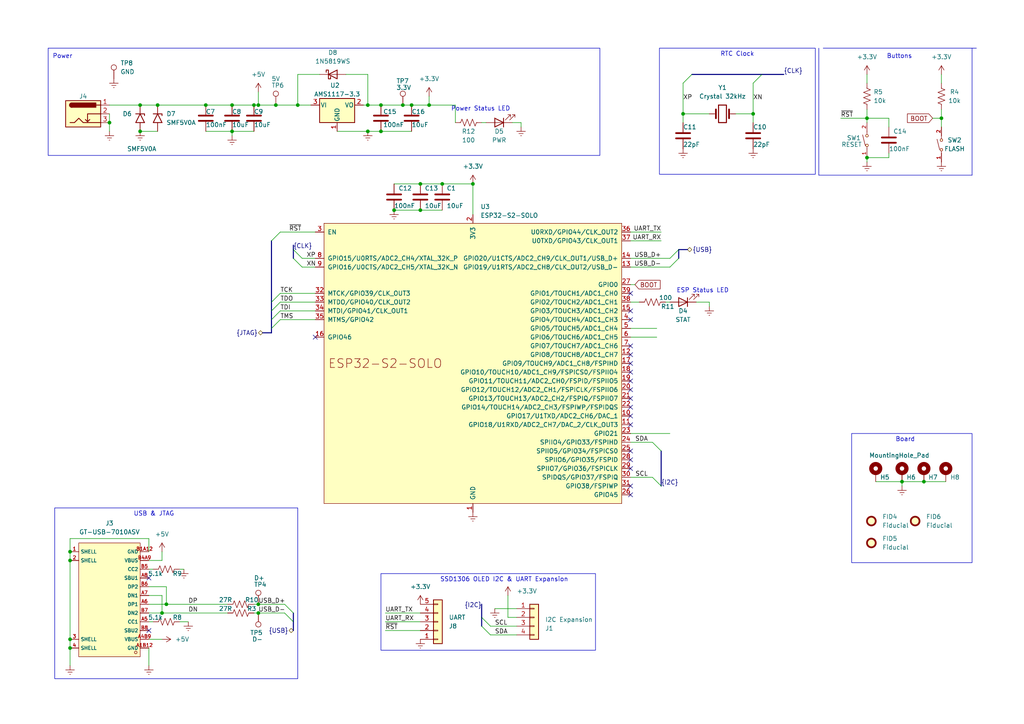
<source format=kicad_sch>
(kicad_sch (version 20230121) (generator eeschema)
  (paper "A4")
  (title_block (title "TEMPLATE") (rev "v1.0"))
  (lib_symbols
    (symbol "C5117870_lib:GT-TC060A-H025-L1" (pin_names hide)
      (property "Reference" "U" (at 0 1.27 0))
      (property "Value" "GT-TC060A-H025-L1" (at 0 -2.54 0))
      (symbol "GT-TC060A-H025-L1_0_1"
        (circle (center -1.524 0) (radius 0.381) (fill (type background)))
        (polyline (pts (xy -2.032 0) (xy -2.54 0)))
        (polyline (pts (xy -1.524 0.508) (xy 1.524 1.27)))
        (polyline (pts (xy 1.778 0) (xy 2.54 0)))
        (circle (center 1.27 0) (radius 0.381) (fill (type background)))
        (pin unspecified line (at -5.08 0 0) (length 2.54) (name "1") (number "1"))
        (pin unspecified line (at 5.08 0 180) (length 2.54) (name "2") (number "2"))
      )
    )
    (symbol "Connector:Barrel_Jack_Switch_Pin3Ring" (pin_names hide)
      (property "Reference" "J" (at 0 5.334 0))
      (property "Value" "Barrel_Jack_Switch_Pin3Ring" (at 0 -5.08 0))
      (symbol "Barrel_Jack_Switch_Pin3Ring_0_1"
        (rectangle (start -5.08 3.81) (end 5.08 -3.81) (stroke (width 0.254)) (fill (type background)))
        (arc (start -3.302 3.175) (mid -3.9343 2.54) (end -3.302 1.905) (stroke (width 0.254)))
        (arc (start -3.302 3.175) (mid -3.9343 2.54) (end -3.302 1.905) (stroke (width 0.254)) (fill (type outline)))
        (polyline (pts (xy 1.27 -2.286) (xy 1.905 -1.651)) (stroke (width 0.254)))
        (polyline (pts (xy 5.08 2.54) (xy 3.81 2.54)) (stroke (width 0.254)))
        (polyline (pts (xy 5.08 0) (xy 1.27 0) (xy 1.27 -2.286) (xy 0.635 -1.651)) (stroke (width 0.254)))
        (polyline (pts (xy -3.81 -2.54) (xy -2.54 -2.54) (xy -1.27 -1.27) (xy 0 -2.54) (xy 2.54 -2.54) (xy 5.08 -2.54)) (stroke (width 0.254)))
        (rectangle (start 3.683 3.175) (end -3.302 1.905) (stroke (width 0.254)) (fill (type outline)))
      )
      (symbol "Barrel_Jack_Switch_Pin3Ring_1_1"
        (pin passive line (at 7.62 2.54 180) (length 2.54) (name "~") (number "1"))
        (pin passive line (at 7.62 0 180) (length 2.54) (name "~") (number "2"))
        (pin passive line (at 7.62 -2.54 180) (length 2.54) (name "~") (number "3"))
      )
    )
    (symbol "Connector:TestPoint" (pin_numbers hide) (pin_names (offset 0.762) hide)
      (property "Reference" "TP" (at 0 6.858 0))
      (property "Value" "TestPoint" (at 0 5.08 0))
      (symbol "TestPoint_0_1"
        (circle (center 0 3.302) (radius 0.762))
      )
      (symbol "TestPoint_1_1"
        (pin passive line (at 0 0 90) (length 2.54) (name "1") (number "1"))
      )
    )
    (symbol "Connector_Generic:Conn_01x04" (pin_names (offset 1.016) hide)
      (property "Reference" "J" (at 0 5.08 0))
      (property "Value" "Conn_01x04" (at 0 -7.62 0))
      (symbol "Conn_01x04_1_1"
        (rectangle (start -1.27 -4.953) (end 0 -5.207) (stroke (width 0.1524)))
        (rectangle (start -1.27 -2.413) (end 0 -2.667) (stroke (width 0.1524)))
        (rectangle (start -1.27 0.127) (end 0 -0.127) (stroke (width 0.1524)))
        (rectangle (start -1.27 2.667) (end 0 2.413) (stroke (width 0.1524)))
        (rectangle (start -1.27 3.81) (end 1.27 -6.35) (stroke (width 0.254)) (fill (type background)))
        (pin passive line (at -5.08 2.54 0) (length 3.81) (name "Pin_1") (number "1"))
        (pin passive line (at -5.08 0 0) (length 3.81) (name "Pin_2") (number "2"))
        (pin passive line (at -5.08 -2.54 0) (length 3.81) (name "Pin_3") (number "3"))
        (pin passive line (at -5.08 -5.08 0) (length 3.81) (name "Pin_4") (number "4"))
      )
    )
    (symbol "Connector_Generic:Conn_01x05" (pin_names (offset 1.016) hide)
      (property "Reference" "J" (at 0 7.62 0))
      (property "Value" "Conn_01x05" (at 0 -7.62 0))
      (symbol "Conn_01x05_1_1"
        (rectangle (start -1.27 -4.953) (end 0 -5.207) (stroke (width 0.1524)))
        (rectangle (start -1.27 -2.413) (end 0 -2.667) (stroke (width 0.1524)))
        (rectangle (start -1.27 0.127) (end 0 -0.127) (stroke (width 0.1524)))
        (rectangle (start -1.27 2.667) (end 0 2.413) (stroke (width 0.1524)))
        (rectangle (start -1.27 5.207) (end 0 4.953) (stroke (width 0.1524)))
        (rectangle (start -1.27 6.35) (end 1.27 -6.35) (stroke (width 0.254)) (fill (type background)))
        (pin passive line (at -5.08 5.08 0) (length 3.81) (name "Pin_1") (number "1"))
        (pin passive line (at -5.08 2.54 0) (length 3.81) (name "Pin_2") (number "2"))
        (pin passive line (at -5.08 0 0) (length 3.81) (name "Pin_3") (number "3"))
        (pin passive line (at -5.08 -2.54 0) (length 3.81) (name "Pin_4") (number "4"))
        (pin passive line (at -5.08 -5.08 0) (length 3.81) (name "Pin_5") (number "5"))
      )
    )
    (symbol "Device:C" (pin_numbers hide) (pin_names (offset 0.254))
      (property "Reference" "C" (at 0.635 2.54 0))
      (property "Value" "C" (at 0.635 -2.54 0))
      (symbol "C_0_1"
        (polyline (pts (xy -2.032 -0.762) (xy 2.032 -0.762)) (stroke (width 0.508)))
        (polyline (pts (xy -2.032 0.762) (xy 2.032 0.762)) (stroke (width 0.508)))
      )
      (symbol "C_1_1"
        (pin passive line (at 0 3.81 270) (length 2.794) (name "~") (number "1"))
        (pin passive line (at 0 -3.81 90) (length 2.794) (name "~") (number "2"))
      )
    )
    (symbol "Device:Crystal" (pin_numbers hide) (pin_names (offset 1.016) hide)
      (property "Reference" "Y" (at 0 3.81 0))
      (property "Value" "Crystal" (at 0 -3.81 0))
      (symbol "Crystal_0_1"
        (rectangle (start -1.143 2.54) (end 1.143 -2.54) (stroke (width 0.3048)))
        (polyline (pts (xy -2.54 0) (xy -1.905 0)))
        (polyline (pts (xy -1.905 -1.27) (xy -1.905 1.27)) (stroke (width 0.508)))
        (polyline (pts (xy 1.905 -1.27) (xy 1.905 1.27)) (stroke (width 0.508)))
        (polyline (pts (xy 2.54 0) (xy 1.905 0)))
      )
      (symbol "Crystal_1_1"
        (pin passive line (at -3.81 0 0) (length 1.27) (name "1") (number "1"))
        (pin passive line (at 3.81 0 180) (length 1.27) (name "2") (number "2"))
      )
    )
    (symbol "Device:D_Schottky" (pin_numbers hide) (pin_names (offset 1.016) hide)
      (property "Reference" "D" (at 0 2.54 0))
      (property "Value" "D_Schottky" (at 0 -2.54 0))
      (symbol "D_Schottky_0_1"
        (polyline (pts (xy 1.27 0) (xy -1.27 0)))
        (polyline (pts (xy 1.27 1.27) (xy 1.27 -1.27) (xy -1.27 0) (xy 1.27 1.27)) (stroke (width 0.254)))
        (polyline (pts (xy -1.905 0.635) (xy -1.905 1.27) (xy -1.27 1.27) (xy -1.27 -1.27) (xy -0.635 -1.27) (xy -0.635 -0.635)) (stroke (width 0.254)))
      )
      (symbol "D_Schottky_1_1"
        (pin passive line (at -3.81 0 0) (length 2.54) (name "K") (number "1"))
        (pin passive line (at 3.81 0 180) (length 2.54) (name "A") (number "2"))
      )
    )
    (symbol "Device:LED" (pin_numbers hide) (pin_names (offset 1.016) hide)
      (property "Reference" "D" (at 0 2.54 0))
      (property "Value" "LED" (at 0 -2.54 0))
      (symbol "LED_0_1"
        (polyline (pts (xy -1.27 -1.27) (xy -1.27 1.27)) (stroke (width 0.254)))
        (polyline (pts (xy -1.27 0) (xy 1.27 0)))
        (polyline (pts (xy 1.27 -1.27) (xy 1.27 1.27) (xy -1.27 0) (xy 1.27 -1.27)) (stroke (width 0.254)))
        (polyline (pts (xy -3.048 -0.762) (xy -4.572 -2.286) (xy -3.81 -2.286) (xy -4.572 -2.286) (xy -4.572 -1.524)))
        (polyline (pts (xy -1.778 -0.762) (xy -3.302 -2.286) (xy -2.54 -2.286) (xy -3.302 -2.286) (xy -3.302 -1.524)))
      )
      (symbol "LED_1_1"
        (pin passive line (at -3.81 0 0) (length 2.54) (name "K") (number "1"))
        (pin passive line (at 3.81 0 180) (length 2.54) (name "A") (number "2"))
      )
    )
    (symbol "Device:R_US" (pin_numbers hide) (pin_names (offset 0))
      (property "Reference" "R" (at 2.54 0 90))
      (property "Value" "R_US" (at -2.54 0 90))
      (symbol "R_US_0_1"
        (polyline (pts (xy 0 -2.286) (xy 0 -2.54)))
        (polyline (pts (xy 0 2.286) (xy 0 2.54)))
        (polyline (pts (xy 0 -0.762) (xy 1.016 -1.143) (xy 0 -1.524) (xy -1.016 -1.905) (xy 0 -2.286)))
        (polyline (pts (xy 0 0.762) (xy 1.016 0.381) (xy 0 0) (xy -1.016 -0.381) (xy 0 -0.762)))
        (polyline (pts (xy 0 2.286) (xy 1.016 1.905) (xy 0 1.524) (xy -1.016 1.143) (xy 0 0.762)))
      )
      (symbol "R_US_1_1"
        (pin passive line (at 0 3.81 270) (length 1.27) (name "~") (number "1"))
        (pin passive line (at 0 -3.81 90) (length 1.27) (name "~") (number "2"))
      )
    )
    (symbol "Diode:SMF5V0A" (pin_numbers hide) (pin_names (offset 1.016) hide)
      (property "Reference" "D" (at 0 2.54 0))
      (property "Value" "SMF5V0A" (at 0 -2.54 0))
      (symbol "SMF5V0A_0_1"
        (polyline (pts (xy -0.762 1.27) (xy -1.27 1.27) (xy -1.27 -1.27)) (stroke (width 0.254)))
        (polyline (pts (xy 1.27 1.27) (xy 1.27 -1.27) (xy -1.27 0) (xy 1.27 1.27)) (stroke (width 0.254)))
      )
      (symbol "SMF5V0A_1_1"
        (pin passive line (at -3.81 0 0) (length 2.54) (name "A1") (number "1"))
        (pin passive line (at 3.81 0 180) (length 2.54) (name "A2") (number "2"))
      )
    )
    (symbol "Earth_1" (power) (pin_names (offset 0) hide)
      (symbol "Earth_1_0_1"
        (polyline (pts (xy -0.635 -1.905) (xy 0.635 -1.905)))
        (polyline (pts (xy -0.127 -2.54) (xy 0.127 -2.54)))
        (polyline (pts (xy 0 -1.27) (xy 0 0)))
        (polyline (pts (xy 1.27 -1.27) (xy -1.27 -1.27)))
      )
      (symbol "Earth_1_1_1"
        (pin power_in line (at 0 0 270) (length 0) hide (name "Earth") (number "1"))
      )
    )
    (symbol "Earth_2" (power) (pin_numbers hide) (pin_names (offset 0) hide)
      (symbol "Earth_2_0_1"
        (polyline (pts (xy -0.635 -1.905) (xy 0.635 -1.905)))
        (polyline (pts (xy -0.127 -2.54) (xy 0.127 -2.54)))
        (polyline (pts (xy 0 -1.27) (xy 0 0)))
        (polyline (pts (xy 1.27 -1.27) (xy -1.27 -1.27)))
      )
      (symbol "Earth_2_1_1"
        (pin power_in line (at 0 0 270) (length 0) hide (name "Earth") (number "1"))
      )
    )
    (symbol "Mechanical:Fiducial"
      (property "Reference" "FID" (at 0 5.08 0))
      (property "Value" "Fiducial" (at 0 3.175 0))
      (symbol "Fiducial_0_1"
        (circle (center 0 0) (radius 1.27) (stroke (width 0.508)) (fill (type background)))
      )
    )
    (symbol "Mechanical:MountingHole_Pad" (pin_numbers hide) (pin_names (offset 1.016) hide)
      (property "Reference" "H" (at 0 6.35 0))
      (property "Value" "MountingHole_Pad" (at 0 4.445 0))
      (symbol "MountingHole_Pad_0_1"
        (circle (center 0 1.27) (radius 1.27) (stroke (width 1.27)))
      )
      (symbol "MountingHole_Pad_1_1"
        (pin input line (at 0 -2.54 90) (length 2.54) (name "1") (number "1"))
      )
    )
    (symbol "PCM_Espressif:ESP32-S2-SOLO" (pin_names (offset 1.016))
      (property "Reference" "U" (at -43.18 45.72 0))
      (property "Value" "ESP32-S2-SOLO" (at -43.18 43.18 0))
      (symbol "ESP32-S2-SOLO_0_1"
        (rectangle (start -43.18 40.64) (end 43.18 -40.64) (fill (type background)))
      )
      (symbol "ESP32-S2-SOLO_1_1"
        (text "ESP32-S2-SOLO" (at -25.4 0 0) (effects (font (size 2.54 2.54))))
        (pin power_in line (at 0 -43.18 90) (length 2.54) (name "GND") (number "1"))
        (pin bidirectional line (at 45.72 -15.24 180) (length 2.54) (name "GPIO17/U1TXD/ADC2_CH6/DAC_1") (number "10"))
        (pin bidirectional line (at 45.72 -17.78 180) (length 2.54) (name "GPIO18/U1RXD/ADC2_CH7/DAC_2/CLK_OUT3") (number "11"))
        (pin bidirectional line (at 45.72 2.54 180) (length 2.54) (name "GPIO8/TOUCH8/ADC1_CH7") (number "12"))
        (pin bidirectional line (at 45.72 27.94 180) (length 2.54) (name "GPIO19/U1RTS/ADC2_CH8/CLK_OUT2/USB_D-") (number "13"))
        (pin bidirectional line (at 45.72 30.48 180) (length 2.54) (name "GPIO20/U1CTS/ADC2_CH9/CLK_OUT1/USB_D+") (number "14"))
        (pin bidirectional line (at 45.72 15.24 180) (length 2.54) (name "GPIO3/TOUCH3/ADC1_CH2") (number "15"))
        (pin input line (at -45.72 7.62 0) (length 2.54) (name "GPIO46") (number "16"))
        (pin bidirectional line (at 45.72 0 180) (length 2.54) (name "GPIO9/TOUCH9/ADC1_CH8/FSPIHD") (number "17"))
        (pin bidirectional line (at 45.72 -2.54 180) (length 2.54) (name "GPIO10/TOUCH10/ADC1_CH9/FSPICS0/FSPIIO4") (number "18"))
        (pin bidirectional line (at 45.72 -5.08 180) (length 2.54) (name "GPIO11/TOUCH11/ADC2_CH0/FSPID/FSPIIO5") (number "19"))
        (pin power_in line (at 0 43.18 270) (length 2.54) (name "3V3") (number "2"))
        (pin bidirectional line (at 45.72 -7.62 180) (length 2.54) (name "GPIO12/TOUCH12/ADC2_CH1/FSPICLK/FSPIIO6") (number "20"))
        (pin bidirectional line (at 45.72 -10.16 180) (length 2.54) (name "GPIO13/TOUCH13/ADC2_CH2/FSPIQ/FSPIIO7") (number "21"))
        (pin bidirectional line (at 45.72 -12.7 180) (length 2.54) (name "GPIO14/TOUCH14/ADC2_CH3/FSPIWP/FSPIDQS") (number "22"))
        (pin bidirectional line (at 45.72 -20.32 180) (length 2.54) (name "GPIO21") (number "23"))
        (pin bidirectional line (at 45.72 -22.86 180) (length 2.54) (name "SPIIO4/GPIO33/FSPIHD") (number "24"))
        (pin bidirectional line (at 45.72 -25.4 180) (length 2.54) (name "SPIIO5/GPIO34/FSPICS0") (number "25"))
        (pin bidirectional line (at 45.72 -38.1 180) (length 2.54) (name "GPIO45") (number "26"))
        (pin bidirectional line (at 45.72 22.86 180) (length 2.54) (name "GPIO0") (number "27"))
        (pin bidirectional line (at 45.72 -27.94 180) (length 2.54) (name "SPIIO6/GPIO35/FSPID") (number "28"))
        (pin bidirectional line (at 45.72 -30.48 180) (length 2.54) (name "SPIIO7/GPIO36/FSPICLK") (number "29"))
        (pin bidirectional line (at -45.72 38.1 0) (length 2.54) (name "EN") (number "3"))
        (pin bidirectional line (at 45.72 -33.02 180) (length 2.54) (name "SPIDQS/GPIO37/FSPIQ") (number "30"))
        (pin bidirectional line (at 45.72 -35.56 180) (length 2.54) (name "GPIO38/FSPIWP") (number "31"))
        (pin bidirectional line (at -45.72 20.32 0) (length 2.54) (name "MTCK/GPIO39/CLK_OUT3") (number "32"))
        (pin bidirectional line (at -45.72 17.78 0) (length 2.54) (name "MTDO/GPIO40/CLK_OUT2") (number "33"))
        (pin bidirectional line (at -45.72 15.24 0) (length 2.54) (name "MTDI/GPIO41/CLK_OUT1") (number "34"))
        (pin bidirectional line (at -45.72 12.7 0) (length 2.54) (name "MTMS/GPIO42") (number "35"))
        (pin bidirectional line (at 45.72 38.1 180) (length 2.54) (name "U0RXD/GPIO44/CLK_OUT2") (number "36"))
        (pin bidirectional line (at 45.72 35.56 180) (length 2.54) (name "U0TXD/GPIO43/CLK_OUT1") (number "37"))
        (pin bidirectional line (at 45.72 17.78 180) (length 2.54) (name "GPIO2/TOUCH2/ADC1_CH1") (number "38"))
        (pin bidirectional line (at 45.72 20.32 180) (length 2.54) (name "GPIO1/TOUCH1/ADC1_CH0") (number "39"))
        (pin bidirectional line (at 45.72 12.7 180) (length 2.54) (name "GPIO4/TOUCH4/ADC1_CH3") (number "4"))
        (pin passive line (at 0 -43.18 90) (length 2.54) hide (name "GND") (number "40"))
        (pin passive line (at 0 -43.18 90) (length 2.54) hide (name "GND") (number "41"))
        (pin bidirectional line (at 45.72 10.16 180) (length 2.54) (name "GPIO5/TOUCH5/ADC1_CH4") (number "5"))
        (pin bidirectional line (at 45.72 7.62 180) (length 2.54) (name "GPIO6/TOUCH6/ADC1_CH5") (number "6"))
        (pin bidirectional line (at 45.72 5.08 180) (length 2.54) (name "GPIO7/TOUCH7/ADC1_CH6") (number "7"))
        (pin bidirectional line (at -45.72 30.48 0) (length 2.54) (name "GPIO15/U0RTS/ADC2_CH4/XTAL_32K_P") (number "8"))
        (pin bidirectional line (at -45.72 27.94 0) (length 2.54) (name "GPIO16/U0CTS/ADC2_CH5/XTAL_32K_N") (number "9"))
      )
    )
    (symbol "Regulator_Linear:AMS1117-3.3" (pin_names (offset 0.254))
      (property "Reference" "U" (at -3.81 3.175 0))
      (property "Value" "AMS1117-3.3" (at 0 3.175 0))
      (symbol "AMS1117-3.3_0_1"
        (rectangle (start -5.08 -5.08) (end 5.08 1.905) (stroke (width 0.254)) (fill (type background)))
      )
      (symbol "AMS1117-3.3_1_1"
        (pin power_in line (at 0 -7.62 90) (length 2.54) (name "GND") (number "1"))
        (pin power_out line (at 7.62 0 180) (length 2.54) (name "VO") (number "2"))
        (pin power_in line (at -7.62 0 0) (length 2.54) (name "VI") (number "3"))
      )
    )
    (symbol "gt-usb_lib:GT-USB-7010ASV"
      (property "Reference" "U" (at 0 1.27 0))
      (property "Value" "GT-USB-7010ASV" (at 0 -2.54 0))
      (symbol "GT-USB-7010ASV_0_1"
        (rectangle (start -10.16 17.78) (end 7.62 -15.24) (fill (type background)))
        (circle (center -8.89 16.51) (radius 0.381) (fill (type background)))
        (pin passive line (at 10.16 -12.7 180) (length 2.54) (name "SHELL") (number "1"))
        (pin passive line (at 10.16 -10.16 180) (length 2.54) (name "SHELL") (number "2"))
        (pin passive line (at 10.16 12.7 180) (length 2.54) (name "SHELL") (number "3"))
        (pin passive line (at 10.16 15.24 180) (length 2.54) (name "SHELL") (number "4"))
        (pin passive line (at -12.7 15.24 0) (length 2.54) (name "GND") (number "A1B12"))
        (pin passive line (at -12.7 12.7 0) (length 2.54) (name "VBUS") (number "A4B9"))
        (pin passive line (at -12.7 7.62 0) (length 2.54) (name "CC1") (number "A5"))
        (pin bidirectional line (at -12.7 2.54 0) (length 2.54) (name "DP1") (number "A6"))
        (pin bidirectional line (at -12.7 0 0) (length 2.54) (name "DN1") (number "A7"))
        (pin passive line (at -12.7 -5.08 0) (length 2.54) (name "SBU1") (number "A8"))
        (pin passive line (at -12.7 -12.7 0) (length 2.54) (name "GND") (number "B1A12"))
        (pin power_out line (at -12.7 -10.16 0) (length 2.54) (name "VBUS") (number "B4A9"))
        (pin passive line (at -12.7 -7.62 0) (length 2.54) (name "CC2") (number "B5"))
        (pin bidirectional line (at -12.7 -2.54 0) (length 2.54) (name "DP2") (number "B6"))
        (pin bidirectional line (at -12.7 5.08 0) (length 2.54) (name "DN2") (number "B7"))
        (pin passive line (at -12.7 10.16 0) (length 2.54) (name "SBU2") (number "B8"))
      )
    )
    (symbol "power:+3.3V" (power) (pin_names (offset 0))
      (property "Value" "+3.3V" (at 0 3.556 0))
      (symbol "+3.3V_0_1"
        (polyline (pts (xy -0.762 1.27) (xy 0 2.54)))
        (polyline (pts (xy 0 0) (xy 0 2.54)))
        (polyline (pts (xy 0 2.54) (xy 0.762 1.27)))
      )
      (symbol "+3.3V_1_1"
        (pin power_in line (at 0 0 90) (length 0) hide (name "+3.3V") (number "1"))
      )
    )
    (symbol "power:+5V" (power) (pin_names (offset 0))
      (property "Value" "+5V" (at 0 3.556 0))
      (symbol "+5V_0_1"
        (polyline (pts (xy -0.762 1.27) (xy 0 2.54)))
        (polyline (pts (xy 0 0) (xy 0 2.54)))
        (polyline (pts (xy 0 2.54) (xy 0.762 1.27)))
      )
      (symbol "+5V_1_1"
        (pin power_in line (at 0 0 90) (length 0) hide (name "+5V") (number "1"))
      )
    )
    (symbol "power:Earth" (power) (pin_names (offset 0))
      (symbol "Earth_0_1"
        (polyline (pts (xy -0.635 -1.905) (xy 0.635 -1.905)))
        (polyline (pts (xy -0.127 -2.54) (xy 0.127 -2.54)))
        (polyline (pts (xy 0 -1.27) (xy 0 0)))
        (polyline (pts (xy 1.27 -1.27) (xy -1.27 -1.27)))
      )
      (symbol "Earth_1_1"
        (pin power_in line (at 0 0 270) (length 0) hide (name "Earth") (number "1"))
      )
    )
  )
  (bus_alias "I2C" (members "SDA" "SCL"))
  (bus_alias "USB" (members "USB_D+" "USB_D-"))
  (junction (at 267.97 139.7))
  (junction (at 106.68 30.48))
  (junction (at 198.12 33.02))
  (junction (at 48.26 175.26))
  (junction (at 128.27 53.34))
  (junction (at 106.68 38.1))
  (junction (at 74.93 30.48))
  (junction (at 116.84 30.48))
  (junction (at 251.46 45.72))
  (junction (at 114.3 60.96))
  (junction (at 67.31 30.48))
  (junction (at 110.49 38.1))
  (junction (at 20.32 185.42))
  (junction (at 137.16 53.34))
  (junction (at 218.44 33.02))
  (junction (at 45.72 30.48))
  (junction (at 110.49 30.48))
  (junction (at 86.36 30.48))
  (junction (at 119.38 30.48))
  (junction (at 73.66 30.48))
  (junction (at 121.92 53.34))
  (junction (at 251.46 34.29))
  (junction (at 121.92 60.96))
  (junction (at 74.93 177.8))
  (junction (at 74.93 175.26))
  (junction (at 31.75 35.56))
  (junction (at 20.32 162.56))
  (junction (at 80.01 30.48))
  (junction (at 40.64 30.48))
  (junction (at 261.62 139.7))
  (junction (at 20.32 187.96))
  (junction (at 40.64 38.1))
  (junction (at 46.99 177.8))
  (junction (at 59.69 30.48))
  (junction (at 67.31 38.1))
  (junction (at 124.46 30.48))
  (junction (at 20.32 160.02))
  (junction (at 273.05 34.29))
  (no_connect (at 182.88 85.09))
  (no_connect (at 182.88 140.97))
  (no_connect (at 182.88 105.41))
  (no_connect (at 182.88 118.11))
  (no_connect (at 182.88 113.03))
  (no_connect (at 182.88 120.65))
  (no_connect (at 91.44 97.79))
  (no_connect (at 182.88 107.95))
  (no_connect (at 43.18 167.64))
  (no_connect (at 182.88 123.19))
  (no_connect (at 43.18 182.88))
  (no_connect (at 182.88 115.57))
  (no_connect (at 182.88 100.33))
  (no_connect (at 182.88 92.71))
  (no_connect (at 182.88 130.81))
  (no_connect (at 182.88 133.35))
  (no_connect (at 182.88 110.49))
  (no_connect (at 182.88 143.51))
  (no_connect (at 182.88 135.89))
  (no_connect (at 182.88 102.87))
  (no_connect (at 182.88 90.17))
  (bus_entry (at 139.7 181.61) (size 2.54 2.54))
  (bus_entry (at 78.74 69.85) (size 2.54 -2.54))
  (bus_entry (at 78.74 90.17) (size 2.54 -2.54))
  (bus_entry (at 189.23 138.43) (size 2.54 2.54))
  (bus_entry (at 196.85 72.39) (size -2.54 2.54))
  (bus_entry (at 78.74 87.63) (size 2.54 -2.54))
  (bus_entry (at 218.44 24.13) (size 2.54 -2.54))
  (bus_entry (at 82.55 177.8) (size 2.54 2.54))
  (bus_entry (at 196.85 74.93) (size -2.54 2.54))
  (bus_entry (at 82.55 175.26) (size 2.54 2.54))
  (bus_entry (at 189.23 128.27) (size 2.54 2.54))
  (bus_entry (at 139.7 179.07) (size 2.54 2.54))
  (bus_entry (at 87.63 77.47) (size -2.54 -2.54))
  (bus_entry (at 78.74 92.71) (size 2.54 -2.54))
  (bus_entry (at 78.74 95.25) (size 2.54 -2.54))
  (bus_entry (at 198.12 24.13) (size 2.54 -2.54))
  (bus_entry (at 87.63 74.93) (size -2.54 -2.54))
  (wire (pts (xy 182.88 82.55) (xy 184.15 82.55)))
  (bus (pts (xy 76.2 96.52) (xy 78.74 96.52)))
  (wire (pts (xy 48.26 170.18) (xy 43.18 170.18)))
  (bus (pts (xy 200.66 21.59) (xy 220.98 21.59)))
  (wire (pts (xy 106.68 30.48) (xy 110.49 30.48)))
  (wire (pts (xy 182.88 125.73) (xy 194.31 125.73)))
  (bus (pts (xy 196.85 72.39) (xy 196.85 74.93)))
  (wire (pts (xy 121.92 60.96) (xy 128.27 60.96)))
  (bus (pts (xy 78.74 69.85) (xy 78.74 87.63)))
  (wire (pts (xy 43.18 156.21) (xy 43.18 160.02)))
  (wire (pts (xy 261.62 139.7) (xy 267.97 139.7)))
  (wire (pts (xy 73.66 30.48) (xy 74.93 30.48)))
  (wire (pts (xy 270.51 34.29) (xy 273.05 34.29)))
  (wire (pts (xy 52.07 165.1) (xy 53.34 165.1)))
  (wire (pts (xy 86.36 30.48) (xy 90.17 30.48)))
  (wire (pts (xy 20.32 160.02) (xy 20.32 162.56)))
  (wire (pts (xy 92.71 21.59) (xy 86.36 21.59)))
  (wire (pts (xy 182.88 74.93) (xy 194.31 74.93)))
  (wire (pts (xy 205.74 88.9) (xy 205.74 87.63)))
  (wire (pts (xy 121.92 53.34) (xy 128.27 53.34)))
  (wire (pts (xy 257.81 36.83) (xy 257.81 34.29)))
  (wire (pts (xy 20.32 156.21) (xy 20.32 160.02)))
  (wire (pts (xy 267.97 139.7) (xy 274.32 139.7)))
  (wire (pts (xy 43.18 162.56) (xy 46.99 162.56)))
  (wire (pts (xy 67.31 30.48) (xy 73.66 30.48)))
  (wire (pts (xy 147.32 179.07) (xy 149.86 179.07)))
  (wire (pts (xy 48.26 170.18) (xy 48.26 175.26)))
  (wire (pts (xy 182.88 67.31) (xy 191.77 67.31)))
  (wire (pts (xy 182.88 95.25) (xy 190.5 95.25)))
  (wire (pts (xy 46.99 160.02) (xy 46.99 162.56)))
  (wire (pts (xy 182.88 138.43) (xy 189.23 138.43)))
  (bus (pts (xy 139.7 181.61) (xy 139.7 179.07)))
  (wire (pts (xy 43.18 172.72) (xy 46.99 172.72)))
  (bus (pts (xy 78.74 92.71) (xy 78.74 95.25)))
  (wire (pts (xy 40.64 30.48) (xy 45.72 30.48)))
  (wire (pts (xy 147.32 172.72) (xy 147.32 179.07)))
  (wire (pts (xy 257.81 34.29) (xy 251.46 34.29)))
  (wire (pts (xy 31.75 33.02) (xy 31.75 35.56)))
  (bus (pts (xy 78.74 87.63) (xy 78.74 90.17)))
  (wire (pts (xy 114.3 53.34) (xy 121.92 53.34)))
  (wire (pts (xy 91.44 87.63) (xy 81.28 87.63)))
  (wire (pts (xy 48.26 175.26) (xy 66.04 175.26)))
  (wire (pts (xy 128.27 53.34) (xy 137.16 53.34)))
  (wire (pts (xy 254 139.7) (xy 261.62 139.7)))
  (wire (pts (xy 182.88 69.85) (xy 191.77 69.85)))
  (wire (pts (xy 67.31 39.37) (xy 67.31 38.1)))
  (wire (pts (xy 142.24 181.61) (xy 149.86 181.61)))
  (wire (pts (xy 114.3 60.96) (xy 121.92 60.96)))
  (wire (pts (xy 251.46 45.72) (xy 257.81 45.72)))
  (wire (pts (xy 273.05 24.13) (xy 273.05 21.59)))
  (wire (pts (xy 91.44 90.17) (xy 81.28 90.17)))
  (wire (pts (xy 151.13 35.56) (xy 151.13 36.83)))
  (wire (pts (xy 80.01 30.48) (xy 86.36 30.48)))
  (wire (pts (xy 67.31 38.1) (xy 73.66 38.1)))
  (wire (pts (xy 182.88 87.63) (xy 185.42 87.63)))
  (polyline (pts (xy 238.76 13.97) (xy 283.21 13.97)))
  (wire (pts (xy 106.68 21.59) (xy 106.68 30.48)))
  (wire (pts (xy 73.66 175.26) (xy 74.93 175.26)))
  (wire (pts (xy 251.46 31.75) (xy 251.46 34.29)))
  (wire (pts (xy 243.84 34.29) (xy 251.46 34.29)))
  (wire (pts (xy 137.16 53.34) (xy 137.16 62.23)))
  (wire (pts (xy 45.72 30.48) (xy 59.69 30.48)))
  (wire (pts (xy 182.88 77.47) (xy 194.31 77.47)))
  (wire (pts (xy 91.44 85.09) (xy 81.28 85.09)))
  (wire (pts (xy 43.18 177.8) (xy 46.99 177.8)))
  (wire (pts (xy 251.46 21.59) (xy 251.46 24.13)))
  (wire (pts (xy 139.7 35.56) (xy 140.97 35.56)))
  (bus (pts (xy 85.09 180.34) (xy 85.09 182.88)))
  (wire (pts (xy 182.88 128.27) (xy 189.23 128.27)))
  (wire (pts (xy 74.93 26.67) (xy 74.93 30.48)))
  (wire (pts (xy 31.75 35.56) (xy 31.75 38.1)))
  (wire (pts (xy 20.32 185.42) (xy 20.32 187.96)))
  (wire (pts (xy 20.32 162.56) (xy 20.32 185.42)))
  (wire (pts (xy 87.63 74.93) (xy 91.44 74.93)))
  (wire (pts (xy 273.05 31.75) (xy 273.05 34.29)))
  (wire (pts (xy 251.46 45.72) (xy 251.46 46.99)))
  (wire (pts (xy 218.44 33.02) (xy 218.44 35.56)))
  (wire (pts (xy 20.32 187.96) (xy 20.32 193.04)))
  (wire (pts (xy 124.46 27.94) (xy 124.46 30.48)))
  (wire (pts (xy 251.46 34.29) (xy 251.46 35.56)))
  (wire (pts (xy 106.68 38.1) (xy 110.49 38.1)))
  (bus (pts (xy 78.74 90.17) (xy 78.74 92.71)))
  (wire (pts (xy 142.24 184.15) (xy 149.86 184.15)))
  (wire (pts (xy 218.44 24.13) (xy 218.44 33.02)))
  (wire (pts (xy 74.93 177.8) (xy 82.55 177.8)))
  (wire (pts (xy 116.84 30.48) (xy 119.38 30.48)))
  (wire (pts (xy 81.28 67.31) (xy 91.44 67.31)))
  (wire (pts (xy 193.04 87.63) (xy 194.31 87.63)))
  (wire (pts (xy 31.75 30.48) (xy 40.64 30.48)))
  (polyline (pts (xy 281.94 50.8) (xy 281.94 13.97)))
  (wire (pts (xy 198.12 33.02) (xy 198.12 35.56)))
  (wire (pts (xy 74.93 175.26) (xy 82.55 175.26)))
  (bus (pts (xy 85.09 71.12) (xy 85.09 72.39)))
  (wire (pts (xy 43.18 180.34) (xy 44.45 180.34)))
  (bus (pts (xy 85.09 180.34) (xy 85.09 177.8)))
  (wire (pts (xy 43.18 187.96) (xy 43.18 193.04)))
  (bus (pts (xy 139.7 179.07) (xy 139.7 175.26)))
  (wire (pts (xy 110.49 38.1) (xy 119.38 38.1)))
  (wire (pts (xy 59.69 30.48) (xy 67.31 30.48)))
  (wire (pts (xy 111.76 177.8) (xy 121.92 177.8)))
  (bus (pts (xy 78.74 95.25) (xy 78.74 96.52)))
  (wire (pts (xy 198.12 24.13) (xy 198.12 33.02)))
  (wire (pts (xy 86.36 21.59) (xy 86.36 30.48)))
  (wire (pts (xy 87.63 77.47) (xy 91.44 77.47)))
  (wire (pts (xy 43.18 156.21) (xy 20.32 156.21)))
  (wire (pts (xy 198.12 33.02) (xy 205.74 33.02)))
  (wire (pts (xy 74.93 30.48) (xy 80.01 30.48)))
  (wire (pts (xy 151.13 35.56) (xy 148.59 35.56)))
  (wire (pts (xy 205.74 87.63) (xy 201.93 87.63)))
  (bus (pts (xy 220.98 21.59) (xy 227.33 21.59)))
  (wire (pts (xy 97.79 38.1) (xy 106.68 38.1)))
  (wire (pts (xy 261.62 139.7) (xy 261.62 140.97)))
  (wire (pts (xy 119.38 30.48) (xy 124.46 30.48)))
  (wire (pts (xy 43.18 175.26) (xy 48.26 175.26)))
  (wire (pts (xy 213.36 33.02) (xy 218.44 33.02)))
  (wire (pts (xy 100.33 21.59) (xy 106.68 21.59)))
  (wire (pts (xy 111.76 182.88) (xy 121.92 182.88)))
  (wire (pts (xy 46.99 172.72) (xy 46.99 177.8)))
  (wire (pts (xy 59.69 38.1) (xy 67.31 38.1)))
  (wire (pts (xy 182.88 97.79) (xy 190.5 97.79)))
  (wire (pts (xy 132.08 30.48) (xy 132.08 35.56)))
  (wire (pts (xy 40.64 38.1) (xy 45.72 38.1)))
  (bus (pts (xy 191.77 130.81) (xy 191.77 140.97)))
  (wire (pts (xy 73.66 177.8) (xy 74.93 177.8)))
  (wire (pts (xy 124.46 30.48) (xy 132.08 30.48)))
  (polyline (pts (xy 237.49 50.8) (xy 281.94 50.8)))
  (bus (pts (xy 199.39 72.39) (xy 196.85 72.39)))
  (bus (pts (xy 85.09 72.39) (xy 85.09 74.93)))
  (wire (pts (xy 273.05 34.29) (xy 273.05 36.83)))
  (wire (pts (xy 43.18 165.1) (xy 44.45 165.1)))
  (wire (pts (xy 52.07 180.34) (xy 54.61 180.34)))
  (wire (pts (xy 105.41 30.48) (xy 106.68 30.48)))
  (wire (pts (xy 46.99 177.8) (xy 66.04 177.8)))
  (wire (pts (xy 43.18 185.42) (xy 46.99 185.42)))
  (wire (pts (xy 111.76 180.34) (xy 121.92 180.34)))
  (wire (pts (xy 91.44 92.71) (xy 81.28 92.71)))
  (wire (pts (xy 110.49 30.48) (xy 116.84 30.48)))
  (wire (pts (xy 143.51 176.53) (xy 149.86 176.53)))
  (polyline (pts (xy 237.49 13.97) (xy 237.49 50.8)))
  (wire (pts (xy 257.81 44.45) (xy 257.81 45.72)))
  (rectangle (start 13.97 13.97) (end 173.99 45.085))
  (rectangle (start 15.875 147.32) (end 86.36 196.85))
  (rectangle (start 110.49 166.37) (end 172.72 188.595))
  (rectangle (start 191.262 13.97) (end 236.474 50.546))
  (rectangle (start 247.015 125.73) (end 281.94 163.195))
  (text "Power" (at 15.24 17.145 0) (effects (font (size 1.27 1.27)) (justify left bottom)))
  (text "Buttons\n" (at 257.175 17.145 0) (effects (font (size 1.27 1.27)) (justify left bottom)))
  (text "SSD1306 OLED I2C & UART Expansion" (at 127.635 168.91 0) (effects (font (size 1.27 1.27)) (justify left bottom)))
  (text "RTC Clock\n" (at 208.915 16.51 0) (effects (font (size 1.27 1.27)) (justify left bottom)))
  (text "Board" (at 259.715 128.27 0) (effects (font (size 1.27 1.27)) (justify left bottom)))
  (text "ESP Status LED" (at 196.215 85.09 0) (effects (font (size 1.27 1.27)) (justify left bottom)))
  (text "Power Status LED\n" (at 130.81 32.385 0) (effects (font (size 1.27 1.27)) (justify left bottom)))
  (text "USB & JTAG" (at 38.735 149.86 0) (effects (font (size 1.27 1.27)) (justify left bottom)))
  (label "USB_D+" (at 74.93 175.26 0))
  (label "UART_RX" (at 191.77 69.85 180))
  (label "XP" (at 198.12 29.21 0))
  (label "TDO" (at 81.28 87.63 0))
  (label "SDA" (at 143.51 184.15 0))
  (label "USB_D-" (at 74.93 177.8 0))
  (label "{CLK}" (at 227.33 21.59 0))
  (label "XN" (at 218.44 29.21 0))
  (label "USB_D+" (at 191.77 74.93 180))
  (label "~{RST}" (at 243.84 34.29 0))
  (label "{I2C}" (at 191.77 140.97 0))
  (label "UART_TX" (at 191.77 67.31 180))
  (label "UART_TX" (at 111.76 177.8 0))
  (label "TMS" (at 81.28 92.71 0))
  (label "XN" (at 88.9 77.47 0))
  (label "USB_D-" (at 191.77 77.47 180))
  (label "SCL" (at 187.96 138.43 180))
  (label "XP" (at 88.9 74.93 0))
  (label "{CLK}" (at 85.09 72.39 0))
  (label "UART_RX" (at 111.76 180.34 0))
  (label "TDI" (at 81.28 90.17 0))
  (label "~{RST}" (at 111.76 182.88 0))
  (label "DP" (at 54.61 175.26 0))
  (label "~{RST}" (at 83.82 67.31 0))
  (label "TCK" (at 81.28 85.09 0))
  (label "{I2C}" (at 139.7 176.53 180))
  (label "SCL" (at 143.51 181.61 0))
  (label "SDA" (at 187.96 128.27 180))
  (label "DN" (at 54.61 177.8 0))
  (global_label "BOOT" (shape input) (at 184.15 82.55 0) (property "Intersheetrefs" "${INTERSHEET_REFS}" (effects hide)))
  (global_label "BOOT" (shape input) (at 270.51 34.29 180) (property "Intersheetrefs" "${INTERSHEET_REFS}" (effects hide)))
  (hierarchical_label "{USB}" (shape bidirectional) (at 85.09 182.88 180))
  (hierarchical_label "{JTAG}" (shape bidirectional) (at 76.2 96.52 180))
  (hierarchical_label "{USB}" (shape bidirectional) (at 199.39 72.39 0))
  (symbol (lib_id "power:Earth") (at 31.75 38.1 0) (mirror y) (unit 1)
    (property "Reference" "#PWR0111" (effects hide))
    (property "Value" "Earth" (effects hide))
  )
  (symbol (lib_id "power:+3.3V") (at 121.92 175.26 0) (unit 1)
    (property "Reference" "#PWR034" (effects hide))
    (property "Value" "+3.3V" (at 121.92 170.18 0))
  )
  (symbol (lib_id "power:Earth") (at 20.32 193.04 0) (mirror y) (unit 1)
    (property "Reference" "#PWR01" (effects hide))
    (property "Value" "Earth" (effects hide))
  )
  (symbol (lib_id "Device:C") (at 59.69 34.29 0) (unit 1)
    (property "Reference" "C7" (at 59.69 32.385 0) (effects (justify left)))
    (property "Value" "100nF" (at 59.69 36.195 0) (effects (justify left)))
    (property "Footprint" "Capacitor_SMD:C_0805_2012Metric_Pad1.18x1.45mm_HandSolder" (effects hide))
    (property "Vendor" "https://jlcpcb.com/partdetail/Yageo-CC0805KRX7R9BB104/C49678" (effects hide))
    (property "LCSC" "C49678" (effects hide))
    (property "Description" "100nF 50V X7R ±10% 0805 Ceramic Cap SMD" (effects hide))
  )
  (symbol (lib_id "power:+5V") (at 46.99 160.02 0) (unit 1)
    (property "Reference" "#PWR04" (effects hide))
    (property "Value" "+5V" (at 46.99 154.94 0))
  )
  (symbol (lib_id "C5117870_lib:GT-TC060A-H025-L1") (at 273.05 41.91 90) (unit 1)
    (property "Reference" "SW2" (at 276.86 40.64 90))
    (property "Value" "FLASH" (at 276.86 43.18 90))
    (property "Footprint" "Button_Switch_SMD:SW_SPST_TL3342" (effects hide))
    (property "LCSC" "C318884" (effects hide))
    (property "Vendor" "https://www.lcsc.com/product-detail/Tactile-Switches_G-Switch-GT-TC060A-H025-L1_C5117870.html" (effects hide))
  )
  (symbol (lib_id "power:+5V") (at 74.93 26.67 0) (unit 1)
    (property "Reference" "#PWR018" (effects hide))
    (property "Value" "+5V" (at 74.93 21.59 0))
  )
  (symbol (lib_id "Device:D_Schottky") (at 96.52 21.59 0) (unit 1)
    (property "Reference" "D8" (at 96.52 15.24 0))
    (property "Value" "1N5819WS" (at 96.52 17.78 0))
    (property "Footprint" "Diode_SMD:D_SOD-323_HandSoldering" (effects hide))
    (property "LCSC" "C191023" (effects hide))
    (property "Description" "40V 600mV@1A 1A SOD-323 Schottky Barrier Diode" (effects hide))
  )
  (symbol (lib_id "Connector:TestPoint") (at 74.93 175.26 0) (unit 1) (in_bom no)
    (property "Reference" "TP4" (at 73.66 169.545 0) (effects (justify left)))
    (property "Value" "D+" (at 73.66 167.64 0) (effects (justify left)))
    (property "Footprint" "TestPoint:TestPoint_Pad_D1.0mm" (effects hide))
  )
  (symbol (lib_id "power:Earth") (at 106.68 38.1 0) (unit 1)
    (property "Reference" "#PWR017" (effects hide))
    (property "Value" "Earth" (effects hide))
  )
  (symbol (lib_id "Device:LED") (at 198.12 87.63 180) (unit 1)
    (property "Reference" "D4" (at 198.12 90.17 0))
    (property "Value" "STAT" (at 198.12 92.71 0))
    (property "Footprint" "LED_SMD:LED_0805_2012Metric_Pad1.15x1.40mm_HandSolder" (effects hide))
    (property "Vendor" "https://jlcpcb.com/partdetail/Hubei_KentoElec-KT0805G/C2297" (effects hide))
    (property "LCSC" "C2297" (effects hide))
    (property "Description" "Green 0805 Light Emitting Diode" (effects hide))
  )
  (symbol (lib_id "Connector:TestPoint") (at 80.01 30.48 0) (unit 1) (in_bom no)
    (property "Reference" "TP6" (at 78.74 24.765 0) (effects (justify left)))
    (property "Value" "5V" (at 78.74 22.86 0) (effects (justify left)))
    (property "Footprint" "TestPoint:TestPoint_Pad_D1.5mm" (effects hide))
  )
  (symbol (lib_id "Device:C") (at 121.92 57.15 0) (unit 1)
    (property "Reference" "C13" (at 123.19 54.61 0) (effects (justify left)))
    (property "Value" "10uF" (at 123.19 59.69 0) (effects (justify left)))
    (property "Footprint" "Capacitor_SMD:C_0805_2012Metric_Pad1.18x1.45mm_HandSolder" (effects hide))
    (property "Description" "16V 10uF 0805 Ceramic Capacitor SMD" (effects hide))
    (property "Vendor" "https://www.lcsc.com/product-detail/Multilayer-Ceramic-Capacitors-MLCC-SMD-SMT_Murata-Electronics-GRM21BR61C106KE15L_C77075.html" (effects hide))
    (property "LCSC" "C15850" (effects hide))
  )
  (symbol (lib_id "Device:C") (at 73.66 34.29 0) (unit 1)
    (property "Reference" "C9" (at 73.66 32.385 0) (effects (justify left)))
    (property "Value" "10uF" (at 73.66 36.195 0) (effects (justify left)))
    (property "Footprint" "Capacitor_SMD:C_0805_2012Metric_Pad1.18x1.45mm_HandSolder" (effects hide))
    (property "Description" "16V 10uF 0805 Ceramic Capacitor SMD" (effects hide))
    (property "Vendor" "https://www.lcsc.com/product-detail/Multilayer-Ceramic-Capacitors-MLCC-SMD-SMT_Murata-Electronics-GRM21BR61C106KE15L_C77075.html" (effects hide))
    (property "LCSC" "C15850" (effects hide))
  )
  (symbol (lib_id "Device:C") (at 114.3 57.15 0) (unit 1)
    (property "Reference" "C12" (at 115.57 54.61 0) (effects (justify left)))
    (property "Value" "100nF" (at 114.3 59.69 0) (effects (justify left)))
    (property "Footprint" "Capacitor_SMD:C_0805_2012Metric_Pad1.18x1.45mm_HandSolder" (effects hide))
    (property "Description" "100nF 50V X7R ±10% 0805 Ceramic Cap SMD" (effects hide))
    (property "Vendor" "https://jlcpcb.com/partdetail/Yageo-CC0805KRX7R9BB104/C49678" (effects hide))
    (property "LCSC" "C49678" (effects hide))
  )
  (symbol (lib_id "power:Earth") (at 143.51 176.53 0) (unit 1)
    (property "Reference" "#PWR0107" (effects hide))
    (property "Value" "Earth" (effects hide))
  )
  (symbol (lib_id "Device:R_US") (at 48.26 180.34 90) (unit 1)
    (property "Reference" "R8" (at 51.435 179.07 90))
    (property "Value" "5.1k" (at 45.085 179.07 90))
    (property "Footprint" "Resistor_SMD:R_0805_2012Metric_Pad1.20x1.40mm_HandSolder" (effects hide))
    (property "Vendor" "https://www.lcsc.com/product-detail/Chip-Resistor-Surface-Mount_VO-0805-5-470_C2889528.html" (effects hide))
    (property "LCSC" "C27834" (effects hide))
    (property "Description" "5.1kΩ 0805 125mW Chip Resistor" (effects hide))
  )
  (symbol (lib_id "power:+3.3V") (at 273.05 21.59 0) (unit 1)
    (property "Reference" "#PWR028" (effects hide))
    (property "Value" "+3.3V" (at 273.05 16.51 0))
  )
  (symbol (lib_id "Device:C") (at 128.27 57.15 0) (unit 1)
    (property "Reference" "C1" (at 129.54 54.61 0) (effects (justify left)))
    (property "Value" "10uF" (at 129.54 59.69 0) (effects (justify left)))
    (property "Footprint" "Capacitor_SMD:C_0805_2012Metric_Pad1.18x1.45mm_HandSolder" (effects hide))
    (property "Description" "16V 10uF 0805 Ceramic Capacitor SMD" (effects hide))
    (property "Vendor" "https://www.lcsc.com/product-detail/Multilayer-Ceramic-Capacitors-MLCC-SMD-SMT_Murata-Electronics-GRM21BR61C106KE15L_C77075.html" (effects hide))
    (property "LCSC" "C15850" (effects hide))
  )
  (symbol (lib_id "Mechanical:MountingHole_Pad") (at 267.97 137.16 0) (unit 1) (in_bom no)
    (property "Reference" "H7" (at 269.24 138.43 0) (effects (justify left)))
    (property "Value" "MountingHole_Pad" (effects hide))
    (property "Footprint" "MountingHole:MountingHole_2.2mm_M2_Pad_Via" (effects hide))
  )
  (symbol (lib_id "Mechanical:MountingHole_Pad") (at 261.62 137.16 0) (unit 1) (in_bom no)
    (property "Reference" "H6" (at 262.89 138.43 0) (effects (justify left)))
    (property "Value" "MountingHole_Pad" (effects hide))
    (property "Footprint" "MountingHole:MountingHole_2.2mm_M2_Pad_Via" (effects hide))
  )
  (symbol (lib_name "Earth_2") (lib_id "power:Earth") (at 261.62 140.97 0) (unit 1)
    (property "Reference" "#PWR021" (effects hide))
    (property "Value" "Earth" (effects hide))
  )
  (symbol (lib_id "power:Earth") (at 40.64 38.1 0) (unit 1)
    (property "Reference" "#PWR09" (effects hide))
    (property "Value" "Earth" (effects hide))
  )
  (symbol (lib_id "Connector_Generic:Conn_01x05") (at 127 180.34 0) (mirror x) (unit 1) (in_bom no)
    (property "Reference" "J8" (at 130.175 181.61 0) (effects (justify left)))
    (property "Value" "UART" (at 130.175 179.07 0) (effects (justify left)))
    (property "Footprint" "Connector_PinSocket_2.54mm:PinSocket_1x05_P2.54mm_Vertical" (effects hide))
  )
  (symbol (lib_id "Mechanical:Fiducial") (at 265.43 151.13 0) (unit 1) (in_bom no)
    (property "Reference" "FID6" (at 268.605 149.8599 0) (effects (justify left)))
    (property "Value" "Fiducial" (at 268.605 152.3999 0) (effects (justify left)))
    (property "Footprint" "Fiducial:Fiducial_0.5mm_Mask1mm" (effects hide))
  )
  (symbol (lib_id "Mechanical:MountingHole_Pad") (at 274.32 137.16 0) (unit 1) (in_bom no)
    (property "Reference" "H8" (at 275.59 138.43 0) (effects (justify left)))
    (property "Value" "MountingHole_Pad" (effects hide))
    (property "Footprint" "MountingHole:MountingHole_2.2mm_M2_Pad_Via" (effects hide))
  )
  (symbol (lib_id "Device:Crystal") (at 209.55 33.02 0) (unit 1)
    (property "Reference" "Y1" (at 209.55 25.4 0))
    (property "Value" "Crystal 32kHz" (at 209.55 27.94 0))
    (property "Footprint" "Crystal:Crystal_SMD_3215-2Pin_3.2x1.5mm" (effects hide))
    (property "LCSC" "C97606" (effects hide))
  )
  (symbol (lib_id "Connector:TestPoint") (at 116.84 30.48 0) (unit 1) (in_bom no)
    (property "Reference" "TP7" (at 114.935 23.495 0) (effects (justify left)))
    (property "Value" "3.3V" (at 114.935 25.4 0) (effects (justify left)))
    (property "Footprint" "TestPoint:TestPoint_Pad_D1.5mm" (effects hide))
  )
  (symbol (lib_id "Diode:SMF5V0A") (at 40.64 34.29 270) (unit 1)
    (property "Reference" "D6" (at 35.56 33.02 90) (effects (justify left)))
    (property "Value" "SMF5V0A" (at 36.83 43.18 90) (effects (justify left)))
    (property "Footprint" "Diode_SMD:D_SMF" (effects hide))
    (property "Datasheet" "https://www.vishay.com/doc?85881" (effects hide))
    (property "LCSC" "C1972946" (effects hide))
    (property "Description" "9.2V 6.4V 5V SMF TVS " (effects hide))
  )
  (symbol (lib_id "power:Earth") (at 54.61 180.34 0) (mirror y) (unit 1)
    (property "Reference" "#PWR010" (effects hide))
    (property "Value" "Earth" (effects hide))
  )
  (symbol (lib_id "Connector:Barrel_Jack_Switch_Pin3Ring") (at 24.13 33.02 0) (unit 1)
    (property "Reference" "J4" (at 24.13 27.94 0))
    (property "Value" "Barrel_Jack_Switch_Pin3Ring" (effects hide))
    (property "Footprint" "Connector_BarrelJack:BarrelJack_Wuerth_6941xx301002" (effects hide))
    (property "Sim.Device" "V" (effects hide))
    (property "Sim.Type" "DC" (effects hide))
    (property "Sim.Pins" "1=+ 2=-" (effects hide))
    (property "Sim.Params" "dc=5" (effects hide))
  )
  (symbol (lib_id "power:Earth") (at 121.92 185.42 0) (mirror y) (unit 1)
    (property "Reference" "#PWR035" (effects hide))
    (property "Value" "Earth" (effects hide))
  )
  (symbol (lib_id "power:+3.3V") (at 147.32 172.72 0) (unit 1)
    (property "Reference" "#PWR0113" (effects hide))
    (property "Value" "+3.3V" (at 149.86 171.45 0) (effects (justify left)))
  )
  (symbol (lib_id "Device:R_US") (at 135.89 35.56 270) (unit 1)
    (property "Reference" "R12" (at 135.89 38.1 90))
    (property "Value" "100" (at 135.89 40.64 90))
    (property "Footprint" "Resistor_SMD:R_0805_2012Metric_Pad1.20x1.40mm_HandSolder" (effects hide))
    (property "Vendor" "https://jlcpcb.com/partdetail/18096-0805W8F1000T5E/C17408" (effects hide))
    (property "LCSC" "C17408" (effects hide))
    (property "Description" "100Ω 0805 125mW Chip Resistor (R11,R12 1k recommended)" (effects hide))
  )
  (symbol (lib_id "power:+5V") (at 46.99 185.42 270) (unit 1)
    (property "Reference" "#PWR08" (effects hide))
    (property "Value" "+5V" (at 50.8 185.42 90) (effects (justify left)))
  )
  (symbol (lib_id "Device:C") (at 119.38 34.29 0) (unit 1)
    (property "Reference" "C16" (at 119.38 32.385 0) (effects (justify left)))
    (property "Value" "10uF" (at 119.38 36.195 0) (effects (justify left)))
    (property "Footprint" "Capacitor_SMD:C_0805_2012Metric_Pad1.18x1.45mm_HandSolder" (effects hide))
    (property "Description" "16V 10uF 0805 Ceramic Capacitor SMD" (effects hide))
    (property "Vendor" "https://www.lcsc.com/product-detail/Multilayer-Ceramic-Capacitors-MLCC-SMD-SMT_Murata-Electronics-GRM21BR61C106KE15L_C77075.html" (effects hide))
    (property "LCSC" "C15850" (effects hide))
  )
  (symbol (lib_id "Device:C") (at 67.31 34.29 0) (unit 1)
    (property "Reference" "C8" (at 67.31 32.385 0) (effects (justify left)))
    (property "Value" "10uF" (at 67.31 36.195 0) (effects (justify left)))
    (property "Footprint" "Capacitor_SMD:C_0805_2012Metric_Pad1.18x1.45mm_HandSolder" (effects hide))
    (property "Description" "16V 10uF 0805 Ceramic Capacitor SMD" (effects hide))
    (property "Vendor" "https://www.lcsc.com/product-detail/Multilayer-Ceramic-Capacitors-MLCC-SMD-SMT_Murata-Electronics-GRM21BR61C106KE15L_C77075.html" (effects hide))
    (property "LCSC" "C15850" (effects hide))
  )
  (symbol (lib_id "Device:C") (at 110.49 34.29 0) (unit 1)
    (property "Reference" "C15" (at 111.125 32.385 0) (effects (justify left)))
    (property "Value" "100nF" (at 111.125 36.195 0) (effects (justify left)))
    (property "Footprint" "Capacitor_SMD:C_0805_2012Metric_Pad1.18x1.45mm_HandSolder" (effects hide))
    (property "Vendor" "https://jlcpcb.com/partdetail/Yageo-CC0805KRX7R9BB104/C49678" (effects hide))
    (property "LCSC" "C49678" (effects hide))
    (property "Description" "100nF 50V X7R ±10% 0805 Ceramic Cap SMD" (effects hide))
  )
  (symbol (lib_id "power:Earth") (at 53.34 165.1 0) (mirror y) (unit 1)
    (property "Reference" "#PWR011" (effects hide))
    (property "Value" "Earth" (effects hide))
  )
  (symbol (lib_id "power:Earth") (at 67.31 39.37 0) (unit 1)
    (property "Reference" "#PWR015" (effects hide))
    (property "Value" "Earth" (effects hide))
  )
  (symbol (lib_id "gt-usb_lib:GT-USB-7010ASV") (at 30.48 172.72 180) (unit 1)
    (property "Reference" "J3" (at 31.75 151.765 0))
    (property "Value" "GT-USB-7010ASV" (at 31.75 154.305 0))
    (property "Footprint" "jmux-footprints:USB-C-SMD_G-SWITCH_GT-USB-7010ASV" (effects hide))
    (property "Datasheet" "https://atta.szlcsc.com/upload/public/pdf/source/20220407/8043DBBC37E1BDE9D4FD36EE7A4A9BB9.pdf" (effects hide))
    (property "LCSC" "C2988369" (effects hide))
    (property "Vendor" "https://www.lcsc.com/product-detail/USB-Connectors_G-Switch-GT-USB-7010ASV_C2988369.html" (effects hide))
  )
  (symbol (lib_id "power:Earth") (at 205.74 88.9 0) (mirror y) (unit 1)
    (property "Reference" "#PWR027" (effects hide))
    (property "Value" "Earth" (effects hide))
  )
  (symbol (lib_id "power:+3.3V") (at 251.46 21.59 0) (unit 1)
    (property "Reference" "#PWR025" (effects hide))
    (property "Value" "+3.3V" (at 251.46 16.51 0))
  )
  (symbol (lib_id "Device:R_US") (at 69.85 177.8 90) (unit 1)
    (property "Reference" "R3" (at 73.025 176.53 90))
    (property "Value" "27R" (at 65.405 176.53 90))
    (property "Footprint" "Resistor_SMD:R_0805_2012Metric_Pad1.20x1.40mm_HandSolder" (effects hide))
    (property "Vendor" "https://www.lcsc.com/product-detail/Chip-Resistor-Surface-Mount_UNI-ROYAL-Uniroyal-Elec-0805W8F270JT5E_C17594.html" (effects hide))
    (property "LCSC" "C17594" (effects hide))
    (property "Description" "27Ω 0805 125mW Chip Resistor" (effects hide))
  )
  (symbol (lib_id "Mechanical:MountingHole_Pad") (at 254 137.16 0) (unit 1) (in_bom no)
    (property "Reference" "H5" (at 255.27 138.43 0) (effects (justify left)))
    (property "Value" "MountingHole_Pad" (at 252.095 132.08 0) (effects (justify left)))
    (property "Footprint" "MountingHole:MountingHole_2.2mm_M2_Pad_Via" (effects hide))
  )
  (symbol (lib_id "Mechanical:Fiducial") (at 252.73 151.13 0) (unit 1) (in_bom no)
    (property "Reference" "FID4" (at 255.905 149.8599 0) (effects (justify left)))
    (property "Value" "Fiducial" (at 255.905 152.3999 0) (effects (justify left)))
    (property "Footprint" "Fiducial:Fiducial_0.5mm_Mask1mm" (effects hide))
  )
  (symbol (lib_id "Device:R_US") (at 273.05 27.94 180) (unit 1)
    (property "Reference" "R4" (at 276.86 26.67 0))
    (property "Value" "10k" (at 276.86 29.21 0))
    (property "Footprint" "Resistor_SMD:R_0805_2012Metric_Pad1.20x1.40mm_HandSolder" (effects hide))
    (property "Vendor" "https://www.lcsc.com/product-detail/Chip-Resistor-Surface-Mount_FOJAN-FRQ0805F1002TS_C5159708.html" (effects hide))
    (property "LCSC" "C17414" (effects hide))
    (property "Description" "10kΩ 0805 Chip Resistor" (effects hide))
  )
  (symbol (lib_id "power:Earth") (at 151.13 36.83 0) (mirror y) (unit 1)
    (property "Reference" "#PWR0101" (effects hide))
    (property "Value" "Earth" (effects hide))
  )
  (symbol (lib_id "Device:R_US") (at 189.23 87.63 270) (unit 1)
    (property "Reference" "R11" (at 193.675 88.9 90))
    (property "Value" "100" (at 193.04 86.36 90))
    (property "Footprint" "Resistor_SMD:R_0805_2012Metric_Pad1.20x1.40mm_HandSolder" (effects hide))
    (property "Vendor" "https://jlcpcb.com/partdetail/18096-0805W8F1000T5E/C17408" (effects hide))
    (property "LCSC" "C17408" (effects hide))
    (property "Description" "100Ω 0805 125mW Chip Resistor (R11,R12 1k recommended)" (effects hide))
  )
  (symbol (lib_id "power:Earth") (at 137.16 148.59 0) (mirror y) (unit 1)
    (property "Reference" "#PWR024" (effects hide))
    (property "Value" "Earth" (effects hide))
  )
  (symbol (lib_id "Connector_Generic:Conn_01x04") (at 154.94 179.07 0) (unit 1) (in_bom no)
    (property "Reference" "J1" (at 158.115 182.245 0) (effects (justify left)))
    (property "Value" "I2C Expansion" (at 158.115 179.705 0) (effects (justify left)))
    (property "Footprint" "Connector_PinHeader_2.54mm:PinHeader_1x04_P2.54mm_Vertical" (effects hide))
  )
  (symbol (lib_id "power:Earth") (at 273.05 46.99 0) (unit 1)
    (property "Reference" "#PWR029" (effects hide))
    (property "Value" "Earth" (effects hide))
  )
  (symbol (lib_id "Diode:SMF5V0A") (at 45.72 34.29 270) (unit 1)
    (property "Reference" "D7" (at 48.26 33.0199 90) (effects (justify left)))
    (property "Value" "SMF5V0A" (at 48.26 35.5599 90) (effects (justify left)))
    (property "Footprint" "Diode_SMD:D_SMF" (effects hide))
    (property "Datasheet" "https://www.vishay.com/doc?85881" (effects hide))
    (property "LCSC" "C1972946" (effects hide))
    (property "Description" "9.2V 6.4V 5V SMF TVS " (effects hide))
  )
  (symbol (lib_id "Mechanical:Fiducial") (at 252.73 157.48 0) (unit 1) (in_bom no)
    (property "Reference" "FID5" (at 255.905 156.2099 0) (effects (justify left)))
    (property "Value" "Fiducial" (at 255.905 158.7499 0) (effects (justify left)))
    (property "Footprint" "Fiducial:Fiducial_0.5mm_Mask1mm" (effects hide))
  )
  (symbol (lib_id "C5117870_lib:GT-TC060A-H025-L1") (at 251.46 40.64 90) (unit 1)
    (property "Reference" "SW1" (at 247.65 40.005 90))
    (property "Value" "RESET" (at 247.015 41.91 90))
    (property "Footprint" "Button_Switch_SMD:SW_SPST_TL3342" (effects hide))
    (property "LCSC" "C318884" (effects hide))
    (property "Vendor" "https://www.lcsc.com/product-detail/Tactile-Switches_G-Switch-GT-TC060A-H025-L1_C5117870.html" (effects hide))
  )
  (symbol (lib_id "PCM_Espressif:ESP32-S2-SOLO") (at 137.16 105.41 0) (unit 1)
    (property "Reference" "U3" (at 139.3541 59.944 0) (effects (justify left)))
    (property "Value" "ESP32-S2-SOLO" (at 139.3541 62.484 0) (effects (justify left)))
    (property "Footprint" "Espressif:ESP32-S2-SOLO" (effects hide))
    (property "Datasheet" "https://www.espressif.com/sites/default/files/documentation/esp32-s2-solo_esp32-s2-solo-u_datasheet_en.pdf" (effects hide))
    (property "LCSC" "C3040594" (effects hide))
  )
  (symbol (lib_id "Device:C") (at 218.44 39.37 0) (unit 1)
    (property "Reference" "C10" (at 218.44 36.83 0) (effects (justify left)))
    (property "Value" "22pF" (at 218.44 41.91 0) (effects (justify left)))
    (property "Footprint" "Capacitor_SMD:C_0805_2012Metric_Pad1.18x1.45mm_HandSolder" (effects hide))
    (property "Vendor" "https://www.lcsc.com/product-detail/Multilayer-Ceramic-Capacitors-MLCC-SMD-SMT_FH-Guangdong-Fenghua-Advanced-Tech-0805CG220J500NT_C24658.html" (effects hide))
    (property "LCSC" "C1804" (effects hide))
    (property "Description" "22pF 50V ±5% 0805 Multilayer Ceramic Capacitors" (effects hide))
  )
  (symbol (lib_id "power:+3.3V") (at 124.46 27.94 0) (unit 1)
    (property "Reference" "#PWR019" (effects hide))
    (property "Value" "+3.3V" (at 124.46 22.86 0))
  )
  (symbol (lib_id "Device:R_US") (at 48.26 165.1 90) (unit 1)
    (property "Reference" "R9" (at 51.435 166.37 90))
    (property "Value" "5.1k" (at 45.085 166.37 90))
    (property "Footprint" "Resistor_SMD:R_0805_2012Metric_Pad1.20x1.40mm_HandSolder" (effects hide))
    (property "Vendor" "https://www.lcsc.com/product-detail/Chip-Resistor-Surface-Mount_VO-0805-5-470_C2889528.html" (effects hide))
    (property "LCSC" "C27834" (effects hide))
    (property "Description" "5.1kΩ 0805 125mW Chip Resistor" (effects hide))
  )
  (symbol (lib_id "Regulator_Linear:AMS1117-3.3") (at 97.79 30.48 0) (unit 1)
    (property "Reference" "U2" (at 97.155 24.765 0))
    (property "Value" "AMS1117-3.3" (at 97.79 27.305 0))
    (property "Footprint" "Package_TO_SOT_SMD:SOT-223-3_TabPin2" (effects hide))
    (property "Datasheet" "http://www.advanced-monolithic.com/pdf/ds1117.pdf" (effects hide))
    (property "Vendor" "https://www.lcsc.com/product-detail/Linear-span-style-background-color-ff0-Voltage-span-Regulators-LDO_UMW-Youtai-Semiconductor-Co-Ltd-AMS1117-3-3_C347222.html" (effects hide))
    (property "LCSC" "C6186" (effects hide))
  )
  (symbol (lib_id "power:Earth") (at 218.44 43.18 0) (mirror y) (unit 1)
    (property "Reference" "#PWR07" (effects hide))
    (property "Value" "Earth" (effects hide))
  )
  (symbol (lib_id "Device:C") (at 198.12 39.37 0) (unit 1)
    (property "Reference" "C11" (at 198.12 36.83 0) (effects (justify left)))
    (property "Value" "22pF" (at 198.12 41.91 0) (effects (justify left)))
    (property "Footprint" "Capacitor_SMD:C_0805_2012Metric_Pad1.18x1.45mm_HandSolder" (effects hide))
    (property "Vendor" "https://www.lcsc.com/product-detail/Multilayer-Ceramic-Capacitors-MLCC-SMD-SMT_FH-Guangdong-Fenghua-Advanced-Tech-0805CG220J500NT_C24658.html" (effects hide))
    (property "LCSC" "C1804" (effects hide))
    (property "Description" "22pF 50V ±5% 0805 Multilayer Ceramic Capacitors" (effects hide))
  )
  (symbol (lib_id "power:Earth") (at 43.18 193.04 0) (mirror y) (unit 1)
    (property "Reference" "#PWR06" (effects hide))
    (property "Value" "Earth" (effects hide))
  )
  (symbol (lib_id "Device:C") (at 257.81 40.64 0) (unit 1)
    (property "Reference" "C14" (at 259.08 38.1 0) (effects (justify left)))
    (property "Value" "100nF" (at 257.81 43.18 0) (effects (justify left)))
    (property "Footprint" "Capacitor_SMD:C_0805_2012Metric_Pad1.18x1.45mm_HandSolder" (effects hide))
    (property "Description" "100nF 50V X7R ±10% 0805 Ceramic Cap SMD" (effects hide))
    (property "Vendor" "https://jlcpcb.com/partdetail/Yageo-CC0805KRX7R9BB104/C49678" (effects hide))
    (property "LCSC" "C49678" (effects hide))
  )
  (symbol (lib_id "Device:R_US") (at 251.46 27.94 0) (unit 1)
    (property "Reference" "R5" (at 253.365 26.6699 0) (effects (justify left)))
    (property "Value" "10k" (at 253.365 29.2099 0) (effects (justify left)))
    (property "Footprint" "Resistor_SMD:R_0805_2012Metric_Pad1.20x1.40mm_HandSolder" (effects hide))
    (property "Vendor" "https://www.lcsc.com/product-detail/Chip-Resistor-Surface-Mount_FOJAN-FRQ0805F1002TS_C5159708.html" (effects hide))
    (property "LCSC" "C17414" (effects hide))
    (property "Description" "10kΩ 0805 Chip Resistor" (effects hide))
  )
  (symbol (lib_id "power:Earth") (at 114.3 60.96 0) (unit 1)
    (property "Reference" "#PWR022" (effects hide))
    (property "Value" "Earth" (effects hide))
  )
  (symbol (lib_id "Device:R_US") (at 69.85 175.26 90) (unit 1)
    (property "Reference" "R10" (at 73.025 173.99 90))
    (property "Value" "27R" (at 65.405 173.99 90))
    (property "Footprint" "Resistor_SMD:R_0805_2012Metric_Pad1.20x1.40mm_HandSolder" (effects hide))
    (property "Vendor" "https://www.lcsc.com/product-detail/Chip-Resistor-Surface-Mount_UNI-ROYAL-Uniroyal-Elec-0805W8F270JT5E_C17594.html" (effects hide))
    (property "LCSC" "C17594" (effects hide))
    (property "Description" "27Ω 0805 125mW Chip Resistor" (effects hide))
  )
  (symbol (lib_id "power:+3.3V") (at 137.16 53.34 0) (unit 1)
    (property "Reference" "#PWR023" (effects hide))
    (property "Value" "+3.3V" (at 137.16 48.26 0))
  )
  (symbol (lib_id "power:Earth") (at 198.12 43.18 0) (mirror y) (unit 1)
    (property "Reference" "#PWR03" (effects hide))
    (property "Value" "Earth" (effects hide))
  )
  (symbol (lib_id "Connector:TestPoint") (at 74.93 177.8 180) (unit 1) (in_bom no)
    (property "Reference" "TP5" (at 76.2 183.515 0) (effects (justify left)))
    (property "Value" "D-" (at 76.2 185.42 0) (effects (justify left)))
    (property "Footprint" "TestPoint:TestPoint_Pad_D1.0mm" (effects hide))
  )
  (symbol (lib_name "Earth_1") (lib_id "power:Earth") (at 33.02 22.86 0) (unit 1)
    (property "Reference" "#PWR020" (effects hide))
    (property "Value" "Earth" (effects hide))
  )
  (symbol (lib_id "power:Earth") (at 251.46 46.99 0) (unit 1)
    (property "Reference" "#PWR026" (effects hide))
    (property "Value" "Earth" (effects hide))
  )
  (symbol (lib_id "Connector:TestPoint") (at 33.02 22.86 0) (unit 1) (in_bom no)
    (property "Reference" "TP8" (at 34.925 18.2879 0) (effects (justify left)))
    (property "Value" "GND" (at 34.925 20.8279 0) (effects (justify left)))
    (property "Footprint" "TestPoint:TestPoint_Pad_D1.5mm" (effects hide))
  )
  (symbol (lib_id "Device:LED") (at 144.78 35.56 180) (unit 1)
    (property "Reference" "D5" (at 144.78 38.1 0))
    (property "Value" "PWR" (at 144.78 40.64 0))
    (property "Footprint" "LED_SMD:LED_0805_2012Metric_Pad1.15x1.40mm_HandSolder" (effects hide))
    (property "Vendor" "https://www.lcsc.com/product-detail/Light-Emitting-Diodes-LED_Foshan-NationStar-Optoelectronics-NCD1206B1_C130717.html" (effects hide))
    (property "LCSC" "C84256" (effects hide))
    (property "Description" "Red 0805 Light Emitting Diode" (effects hide))
  )
)
</source>
